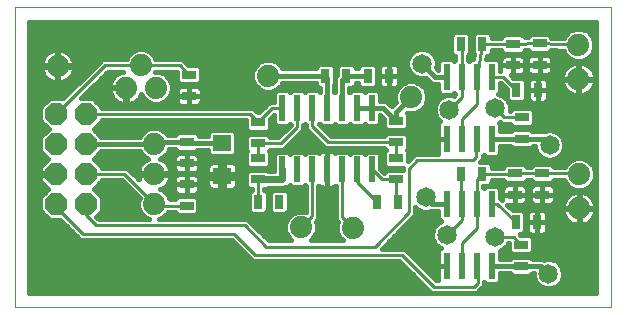
<source format=gtl>
G75*
%MOIN*%
%OFA0B0*%
%FSLAX25Y25*%
%IPPOS*%
%LPD*%
%AMOC8*
5,1,8,0,0,1.08239X$1,22.5*
%
%ADD10C,0.00000*%
%ADD11R,0.04724X0.03150*%
%ADD12R,0.02362X0.08661*%
%ADD13C,0.07400*%
%ADD14R,0.03150X0.04724*%
%ADD15R,0.06299X0.05512*%
%ADD16OC8,0.07400*%
%ADD17R,0.02400X0.08700*%
%ADD18C,0.01600*%
%ADD19C,0.06496*%
%ADD20C,0.01000*%
%ADD21C,0.02400*%
D10*
X0011472Y0012692D02*
X0011472Y0112794D01*
X0210131Y0112794D01*
X0210131Y0012692D01*
X0011472Y0012692D01*
D11*
X0068704Y0046617D03*
X0068704Y0053703D03*
X0068710Y0060772D03*
X0068710Y0067858D03*
X0092555Y0067437D03*
X0092555Y0062524D03*
X0092555Y0055437D03*
X0092555Y0074524D03*
X0069518Y0083260D03*
X0069518Y0090346D03*
X0138555Y0074924D03*
X0138555Y0067837D03*
X0138555Y0062524D03*
X0138555Y0055437D03*
X0178075Y0057406D03*
X0187327Y0057406D03*
X0187327Y0050319D03*
X0178075Y0050319D03*
X0180240Y0033587D03*
X0180240Y0026500D03*
X0180437Y0069020D03*
X0180437Y0076106D03*
X0177484Y0093429D03*
X0186343Y0093626D03*
X0186343Y0100713D03*
X0177484Y0100516D03*
D12*
X0130555Y0079217D03*
X0125555Y0079217D03*
X0120555Y0079217D03*
X0115555Y0079217D03*
X0110555Y0079217D03*
X0105555Y0079217D03*
X0100555Y0079217D03*
X0100555Y0058744D03*
X0105555Y0058744D03*
X0110555Y0058744D03*
X0115555Y0058744D03*
X0120555Y0058744D03*
X0125555Y0058744D03*
X0130555Y0058744D03*
D13*
X0124046Y0039254D03*
X0106833Y0039361D03*
X0057939Y0047212D03*
X0057939Y0057212D03*
X0057939Y0067212D03*
X0058501Y0085928D03*
X0053501Y0093428D03*
X0048501Y0085928D03*
X0025706Y0093194D03*
X0095925Y0089980D03*
X0143513Y0082724D03*
X0199335Y0088831D03*
X0199335Y0100231D03*
X0199531Y0057121D03*
X0199531Y0045721D03*
D14*
X0185555Y0041067D03*
X0178469Y0041067D03*
X0167248Y0057209D03*
X0160161Y0057209D03*
X0139098Y0047980D03*
X0132012Y0047980D03*
X0099598Y0047980D03*
X0092512Y0047980D03*
X0114882Y0089954D03*
X0121969Y0089954D03*
X0129039Y0089854D03*
X0136125Y0089854D03*
X0160161Y0100516D03*
X0167248Y0100516D03*
X0178665Y0085161D03*
X0185752Y0085161D03*
D15*
X0080558Y0067557D03*
X0080558Y0056534D03*
D16*
X0035234Y0057187D03*
X0025234Y0057187D03*
X0025234Y0067187D03*
X0035234Y0067187D03*
X0035234Y0077187D03*
X0025234Y0077187D03*
X0025234Y0047187D03*
X0035234Y0047187D03*
D17*
X0155417Y0047233D03*
X0160417Y0047233D03*
X0165417Y0047233D03*
X0170417Y0047233D03*
X0170417Y0026633D03*
X0165417Y0026633D03*
X0160417Y0026633D03*
X0155417Y0026633D03*
X0155417Y0068956D03*
X0160417Y0068956D03*
X0165417Y0068956D03*
X0170417Y0068956D03*
X0170417Y0089556D03*
X0165417Y0089556D03*
X0160417Y0089556D03*
X0155417Y0089556D03*
D18*
X0151633Y0089556D01*
X0147169Y0094020D01*
X0151743Y0095646D02*
X0158317Y0095646D01*
X0158317Y0095269D02*
X0157917Y0094869D01*
X0157280Y0095506D01*
X0153555Y0095506D01*
X0152617Y0094569D01*
X0152617Y0091966D01*
X0151874Y0092709D01*
X0152017Y0093055D01*
X0152017Y0094984D01*
X0151279Y0096766D01*
X0149915Y0098130D01*
X0148134Y0098868D01*
X0146205Y0098868D01*
X0144423Y0098130D01*
X0143059Y0096766D01*
X0142321Y0094984D01*
X0142321Y0093055D01*
X0143059Y0091273D01*
X0144423Y0089910D01*
X0146205Y0089172D01*
X0148134Y0089172D01*
X0148480Y0089315D01*
X0150274Y0087521D01*
X0151156Y0087156D01*
X0152617Y0087156D01*
X0152617Y0084543D01*
X0153555Y0083606D01*
X0157280Y0083606D01*
X0157917Y0084243D01*
X0158317Y0083843D01*
X0158317Y0083728D01*
X0157835Y0083246D01*
X0157189Y0083513D01*
X0155260Y0083513D01*
X0153478Y0082775D01*
X0152114Y0081412D01*
X0151376Y0079630D01*
X0151376Y0077701D01*
X0152114Y0075919D01*
X0153223Y0074810D01*
X0153112Y0074746D01*
X0152777Y0074411D01*
X0152540Y0074001D01*
X0152417Y0073543D01*
X0152417Y0068956D01*
X0155417Y0068956D01*
X0155417Y0068956D01*
X0152417Y0068956D01*
X0152417Y0064369D01*
X0152540Y0063911D01*
X0152583Y0063836D01*
X0144725Y0063836D01*
X0142517Y0061629D01*
X0142517Y0064761D01*
X0142098Y0065180D01*
X0142517Y0065599D01*
X0142517Y0070075D01*
X0141580Y0071012D01*
X0135530Y0071012D01*
X0134593Y0070075D01*
X0134593Y0069937D01*
X0116741Y0069937D01*
X0112896Y0073783D01*
X0113055Y0073942D01*
X0113711Y0073286D01*
X0117399Y0073286D01*
X0118055Y0073942D01*
X0118711Y0073286D01*
X0122399Y0073286D01*
X0123055Y0073942D01*
X0123711Y0073286D01*
X0127399Y0073286D01*
X0128055Y0073942D01*
X0128711Y0073286D01*
X0132399Y0073286D01*
X0133336Y0074223D01*
X0133336Y0076748D01*
X0134593Y0075492D01*
X0134593Y0072686D01*
X0135530Y0071749D01*
X0141580Y0071749D01*
X0142517Y0072686D01*
X0142517Y0077161D01*
X0142111Y0077568D01*
X0142458Y0077424D01*
X0144567Y0077424D01*
X0146515Y0078230D01*
X0148006Y0079721D01*
X0148813Y0081669D01*
X0148813Y0083778D01*
X0148006Y0085726D01*
X0146515Y0087217D01*
X0144567Y0088024D01*
X0142458Y0088024D01*
X0140510Y0087217D01*
X0139019Y0085726D01*
X0138213Y0083778D01*
X0138213Y0081669D01*
X0138462Y0081067D01*
X0137134Y0079739D01*
X0136297Y0080576D01*
X0135622Y0081251D01*
X0134740Y0081617D01*
X0133336Y0081617D01*
X0133336Y0084210D01*
X0132399Y0085147D01*
X0128711Y0085147D01*
X0128055Y0084491D01*
X0127399Y0085147D01*
X0123711Y0085147D01*
X0123055Y0084491D01*
X0122955Y0084591D01*
X0122955Y0085991D01*
X0124206Y0085991D01*
X0125143Y0086929D01*
X0125143Y0087554D01*
X0125864Y0087554D01*
X0125864Y0086829D01*
X0126801Y0085891D01*
X0131276Y0085891D01*
X0132213Y0086829D01*
X0132213Y0092878D01*
X0131276Y0093816D01*
X0126801Y0093816D01*
X0125864Y0092878D01*
X0125864Y0092354D01*
X0125143Y0092354D01*
X0125143Y0092978D01*
X0124206Y0093916D01*
X0119731Y0093916D01*
X0118794Y0092978D01*
X0118794Y0090173D01*
X0118520Y0089900D01*
X0118155Y0089018D01*
X0118155Y0084591D01*
X0118055Y0084491D01*
X0117955Y0084591D01*
X0117955Y0086827D01*
X0118057Y0086929D01*
X0118057Y0092978D01*
X0117119Y0093916D01*
X0112644Y0093916D01*
X0111707Y0092978D01*
X0111707Y0092380D01*
X0100668Y0092380D01*
X0100418Y0092983D01*
X0098927Y0094473D01*
X0096979Y0095280D01*
X0094871Y0095280D01*
X0092923Y0094473D01*
X0091432Y0092983D01*
X0090625Y0091035D01*
X0090625Y0088926D01*
X0091432Y0086978D01*
X0092923Y0085487D01*
X0094871Y0084680D01*
X0096979Y0084680D01*
X0098927Y0085487D01*
X0100418Y0086978D01*
X0100668Y0087580D01*
X0111707Y0087580D01*
X0111707Y0086929D01*
X0112644Y0085991D01*
X0113155Y0085991D01*
X0113155Y0084591D01*
X0113055Y0084491D01*
X0112399Y0085147D01*
X0108711Y0085147D01*
X0108055Y0084491D01*
X0107399Y0085147D01*
X0103711Y0085147D01*
X0103055Y0084491D01*
X0102399Y0085147D01*
X0098711Y0085147D01*
X0097774Y0084210D01*
X0097774Y0081317D01*
X0096378Y0081317D01*
X0095148Y0080086D01*
X0092760Y0077698D01*
X0092350Y0077698D01*
X0091992Y0078056D01*
X0090762Y0079287D01*
X0040534Y0079287D01*
X0040534Y0079382D01*
X0037429Y0082487D01*
X0033504Y0082487D01*
X0042345Y0091328D01*
X0047437Y0091328D01*
X0047213Y0091293D01*
X0046390Y0091025D01*
X0045618Y0090632D01*
X0044918Y0090123D01*
X0044306Y0089511D01*
X0043797Y0088811D01*
X0043404Y0088040D01*
X0043136Y0087216D01*
X0043001Y0086361D01*
X0043001Y0086113D01*
X0048316Y0086113D01*
X0048316Y0085744D01*
X0043001Y0085744D01*
X0043001Y0085495D01*
X0043136Y0084640D01*
X0043404Y0083817D01*
X0043797Y0083046D01*
X0044306Y0082345D01*
X0044918Y0081733D01*
X0045618Y0081224D01*
X0046390Y0080831D01*
X0047213Y0080564D01*
X0048068Y0080428D01*
X0048317Y0080428D01*
X0048317Y0085744D01*
X0048685Y0085744D01*
X0048685Y0080428D01*
X0048934Y0080428D01*
X0049789Y0080564D01*
X0050612Y0080831D01*
X0051383Y0081224D01*
X0052084Y0081733D01*
X0052696Y0082345D01*
X0053205Y0083046D01*
X0053598Y0083817D01*
X0053616Y0083872D01*
X0054008Y0082926D01*
X0055499Y0081435D01*
X0057447Y0080628D01*
X0059555Y0080628D01*
X0061503Y0081435D01*
X0062994Y0082926D01*
X0063801Y0084874D01*
X0063801Y0086983D01*
X0062994Y0088931D01*
X0061503Y0090421D01*
X0059555Y0091228D01*
X0058326Y0091228D01*
X0058368Y0091328D01*
X0065556Y0091328D01*
X0065556Y0088109D01*
X0066493Y0087172D01*
X0072543Y0087172D01*
X0073480Y0088109D01*
X0073480Y0092584D01*
X0072543Y0093521D01*
X0069313Y0093521D01*
X0067306Y0095528D01*
X0058368Y0095528D01*
X0057994Y0096431D01*
X0056503Y0097921D01*
X0054555Y0098728D01*
X0052447Y0098728D01*
X0050499Y0097921D01*
X0049008Y0096431D01*
X0048634Y0095528D01*
X0040606Y0095528D01*
X0039376Y0094298D01*
X0027497Y0082419D01*
X0027429Y0082487D01*
X0023039Y0082487D01*
X0019934Y0079382D01*
X0019934Y0074991D01*
X0022739Y0072187D01*
X0019934Y0069382D01*
X0019934Y0064991D01*
X0022597Y0062328D01*
X0019734Y0059465D01*
X0019734Y0057387D01*
X0025034Y0057387D01*
X0025034Y0056987D01*
X0019734Y0056987D01*
X0019734Y0054908D01*
X0022597Y0052045D01*
X0019934Y0049382D01*
X0019934Y0044991D01*
X0023039Y0041887D01*
X0026647Y0041887D01*
X0033307Y0035227D01*
X0083701Y0035227D01*
X0090788Y0028140D01*
X0139607Y0028140D01*
X0150236Y0017510D01*
X0165362Y0017510D01*
X0166592Y0018740D01*
X0167773Y0019921D01*
X0167773Y0021176D01*
X0167917Y0021320D01*
X0168555Y0020683D01*
X0172280Y0020683D01*
X0173217Y0021620D01*
X0173217Y0024100D01*
X0176440Y0024100D01*
X0177215Y0023325D01*
X0183265Y0023325D01*
X0184040Y0024100D01*
X0184447Y0024100D01*
X0184447Y0022977D01*
X0185185Y0021195D01*
X0186549Y0019831D01*
X0188331Y0019093D01*
X0190260Y0019093D01*
X0192041Y0019831D01*
X0193405Y0021195D01*
X0194143Y0022977D01*
X0194143Y0024905D01*
X0193405Y0026687D01*
X0192041Y0028051D01*
X0190260Y0028789D01*
X0188331Y0028789D01*
X0187906Y0028613D01*
X0187214Y0028900D01*
X0184040Y0028900D01*
X0183265Y0029675D01*
X0177215Y0029675D01*
X0176440Y0028900D01*
X0173217Y0028900D01*
X0173217Y0031577D01*
X0174325Y0032036D01*
X0175689Y0033399D01*
X0175956Y0034046D01*
X0176278Y0034046D01*
X0176278Y0031349D01*
X0177215Y0030412D01*
X0183265Y0030412D01*
X0184202Y0031349D01*
X0184202Y0035824D01*
X0183265Y0036761D01*
X0180035Y0036761D01*
X0179781Y0037016D01*
X0179692Y0037105D01*
X0180706Y0037105D01*
X0181643Y0038042D01*
X0181643Y0044092D01*
X0180706Y0045029D01*
X0177476Y0045029D01*
X0175561Y0046944D01*
X0178075Y0046944D01*
X0180674Y0046944D01*
X0181132Y0047067D01*
X0181542Y0047304D01*
X0181877Y0047639D01*
X0182114Y0048049D01*
X0182237Y0048507D01*
X0182237Y0050319D01*
X0182237Y0052131D01*
X0182114Y0052588D01*
X0181877Y0052999D01*
X0181542Y0053334D01*
X0181132Y0053571D01*
X0180674Y0053694D01*
X0178075Y0053694D01*
X0178075Y0050319D01*
X0182237Y0050319D01*
X0178075Y0050319D01*
X0178075Y0050319D01*
X0178075Y0050319D01*
X0178075Y0053694D01*
X0175476Y0053694D01*
X0175018Y0053571D01*
X0174607Y0053334D01*
X0174272Y0052999D01*
X0174035Y0052588D01*
X0173913Y0052131D01*
X0173913Y0050319D01*
X0178075Y0050319D01*
X0178075Y0046944D01*
X0178075Y0050319D01*
X0178075Y0050319D01*
X0178075Y0050319D01*
X0173913Y0050319D01*
X0173913Y0048593D01*
X0173217Y0049288D01*
X0173217Y0052246D01*
X0172280Y0053183D01*
X0168555Y0053183D01*
X0167917Y0052546D01*
X0167517Y0052946D01*
X0167517Y0053246D01*
X0169486Y0053246D01*
X0170423Y0054184D01*
X0170423Y0055109D01*
X0174172Y0055109D01*
X0175050Y0054231D01*
X0181100Y0054231D01*
X0182037Y0055168D01*
X0182037Y0055306D01*
X0183365Y0055306D01*
X0183365Y0055168D01*
X0184302Y0054231D01*
X0190352Y0054231D01*
X0191289Y0055168D01*
X0191289Y0055306D01*
X0194547Y0055306D01*
X0195038Y0054119D01*
X0196529Y0052628D01*
X0198477Y0051821D01*
X0200586Y0051821D01*
X0202534Y0052628D01*
X0204025Y0054119D01*
X0204831Y0056067D01*
X0204831Y0058175D01*
X0204025Y0060123D01*
X0202534Y0061614D01*
X0200586Y0062421D01*
X0198477Y0062421D01*
X0196529Y0061614D01*
X0195038Y0060123D01*
X0194782Y0059505D01*
X0191289Y0059505D01*
X0191289Y0059643D01*
X0190352Y0060580D01*
X0184302Y0060580D01*
X0183365Y0059643D01*
X0183365Y0059505D01*
X0182037Y0059505D01*
X0182037Y0059643D01*
X0181100Y0060580D01*
X0175050Y0060580D01*
X0174113Y0059643D01*
X0174113Y0059309D01*
X0170423Y0059309D01*
X0170423Y0060234D01*
X0169486Y0061171D01*
X0166503Y0061171D01*
X0167380Y0062047D01*
X0167380Y0063105D01*
X0167917Y0063643D01*
X0168555Y0063006D01*
X0172280Y0063006D01*
X0173217Y0063943D01*
X0173217Y0066620D01*
X0176637Y0066620D01*
X0177412Y0065845D01*
X0183462Y0065845D01*
X0184237Y0066620D01*
X0184841Y0066620D01*
X0184841Y0065890D01*
X0185579Y0064108D01*
X0186943Y0062744D01*
X0188725Y0062006D01*
X0190653Y0062006D01*
X0192435Y0062744D01*
X0193799Y0064108D01*
X0194537Y0065890D01*
X0194537Y0067819D01*
X0193799Y0069601D01*
X0192435Y0070964D01*
X0190653Y0071702D01*
X0188725Y0071702D01*
X0188022Y0071411D01*
X0188001Y0071420D01*
X0184237Y0071420D01*
X0183462Y0072194D01*
X0177412Y0072194D01*
X0176637Y0071420D01*
X0173217Y0071420D01*
X0173217Y0073969D01*
X0172848Y0074338D01*
X0173189Y0074479D01*
X0173662Y0074006D01*
X0176475Y0074006D01*
X0176475Y0073869D01*
X0177412Y0072931D01*
X0183462Y0072931D01*
X0184399Y0073869D01*
X0184399Y0078344D01*
X0183462Y0079281D01*
X0177412Y0079281D01*
X0176475Y0078344D01*
X0176475Y0078206D01*
X0176427Y0078206D01*
X0176427Y0080023D01*
X0175689Y0081805D01*
X0174325Y0083169D01*
X0172570Y0083896D01*
X0173217Y0084543D01*
X0173217Y0087456D01*
X0173401Y0087456D01*
X0175491Y0085366D01*
X0175491Y0082136D01*
X0176428Y0081199D01*
X0180903Y0081199D01*
X0181840Y0082136D01*
X0181840Y0088186D01*
X0180903Y0089124D01*
X0177673Y0089124D01*
X0176742Y0090054D01*
X0177484Y0090054D01*
X0177484Y0093429D01*
X0173322Y0093429D01*
X0173322Y0091656D01*
X0173217Y0091656D01*
X0173217Y0094569D01*
X0172280Y0095506D01*
X0168555Y0095506D01*
X0168537Y0095489D01*
X0168715Y0096554D01*
X0169486Y0096554D01*
X0170423Y0097491D01*
X0170423Y0098416D01*
X0173522Y0098416D01*
X0173522Y0098278D01*
X0174459Y0097341D01*
X0180509Y0097341D01*
X0181446Y0098278D01*
X0181446Y0098503D01*
X0182380Y0098524D01*
X0182380Y0098475D01*
X0183318Y0097538D01*
X0189367Y0097538D01*
X0190294Y0098465D01*
X0194393Y0098313D01*
X0194842Y0097229D01*
X0196332Y0095738D01*
X0198280Y0094931D01*
X0200389Y0094931D01*
X0202337Y0095738D01*
X0203828Y0097229D01*
X0204635Y0099177D01*
X0204635Y0101286D01*
X0203828Y0103234D01*
X0202337Y0104725D01*
X0200389Y0105531D01*
X0198280Y0105531D01*
X0196332Y0104725D01*
X0194842Y0103234D01*
X0194542Y0102510D01*
X0190305Y0102667D01*
X0190305Y0102950D01*
X0189367Y0103887D01*
X0183318Y0103887D01*
X0182380Y0102950D01*
X0182380Y0102725D01*
X0181446Y0102704D01*
X0181446Y0102753D01*
X0180509Y0103691D01*
X0174459Y0103691D01*
X0173522Y0102753D01*
X0173522Y0102616D01*
X0170423Y0102616D01*
X0170423Y0103541D01*
X0169486Y0104478D01*
X0165010Y0104478D01*
X0164073Y0103541D01*
X0164073Y0097491D01*
X0164536Y0097028D01*
X0164282Y0095506D01*
X0163555Y0095506D01*
X0162917Y0094869D01*
X0162517Y0095269D01*
X0162517Y0096672D01*
X0163336Y0097491D01*
X0163336Y0103541D01*
X0162399Y0104478D01*
X0157924Y0104478D01*
X0156987Y0103541D01*
X0156987Y0097491D01*
X0157924Y0096554D01*
X0158317Y0096554D01*
X0158317Y0095269D01*
X0157233Y0097245D02*
X0150800Y0097245D01*
X0148193Y0098843D02*
X0156987Y0098843D01*
X0156987Y0100442D02*
X0016272Y0100442D01*
X0016272Y0102040D02*
X0156987Y0102040D01*
X0157085Y0103639D02*
X0016272Y0103639D01*
X0016272Y0105237D02*
X0197570Y0105237D01*
X0195247Y0103639D02*
X0189616Y0103639D01*
X0183069Y0103639D02*
X0180561Y0103639D01*
X0174408Y0103639D02*
X0170325Y0103639D01*
X0164171Y0103639D02*
X0163238Y0103639D01*
X0163336Y0102040D02*
X0164073Y0102040D01*
X0164073Y0100442D02*
X0163336Y0100442D01*
X0163336Y0098843D02*
X0164073Y0098843D01*
X0164319Y0097245D02*
X0163090Y0097245D01*
X0162517Y0095646D02*
X0164306Y0095646D01*
X0168564Y0095646D02*
X0173431Y0095646D01*
X0173445Y0095699D02*
X0173322Y0095241D01*
X0173322Y0093429D01*
X0177484Y0093429D01*
X0177484Y0093429D01*
X0177484Y0093429D01*
X0177484Y0090054D01*
X0180083Y0090054D01*
X0180541Y0090177D01*
X0180952Y0090414D01*
X0181287Y0090749D01*
X0181524Y0091160D01*
X0181646Y0091617D01*
X0181646Y0093429D01*
X0177484Y0093429D01*
X0177484Y0096804D01*
X0174885Y0096804D01*
X0174427Y0096681D01*
X0174017Y0096444D01*
X0173682Y0096109D01*
X0173445Y0095699D01*
X0173322Y0094048D02*
X0173217Y0094048D01*
X0173217Y0092449D02*
X0173322Y0092449D01*
X0177484Y0092449D02*
X0177484Y0092449D01*
X0177484Y0093429D02*
X0177484Y0093429D01*
X0177484Y0093429D01*
X0177484Y0096804D01*
X0180083Y0096804D01*
X0180541Y0096681D01*
X0180952Y0096444D01*
X0181287Y0096109D01*
X0181524Y0095699D01*
X0181646Y0095241D01*
X0181646Y0093429D01*
X0177484Y0093429D01*
X0177484Y0094048D02*
X0177484Y0094048D01*
X0177484Y0095646D02*
X0177484Y0095646D01*
X0181538Y0095646D02*
X0182236Y0095646D01*
X0182180Y0095438D02*
X0182180Y0093626D01*
X0182180Y0091814D01*
X0182303Y0091356D01*
X0182540Y0090946D01*
X0182875Y0090611D01*
X0183286Y0090374D01*
X0183743Y0090251D01*
X0186342Y0090251D01*
X0186342Y0093626D01*
X0182180Y0093626D01*
X0186342Y0093626D01*
X0186342Y0093626D01*
X0186343Y0093626D01*
X0190505Y0093626D01*
X0190505Y0095438D01*
X0190382Y0095896D01*
X0190145Y0096306D01*
X0189810Y0096641D01*
X0189399Y0096878D01*
X0188942Y0097001D01*
X0186343Y0097001D01*
X0186343Y0093626D01*
X0186343Y0093626D01*
X0190505Y0093626D01*
X0190505Y0091814D01*
X0190382Y0091356D01*
X0190145Y0090946D01*
X0189810Y0090611D01*
X0189399Y0090374D01*
X0188942Y0090251D01*
X0186343Y0090251D01*
X0186343Y0093626D01*
X0186342Y0093626D01*
X0186342Y0097001D01*
X0183743Y0097001D01*
X0183286Y0096878D01*
X0182875Y0096641D01*
X0182540Y0096306D01*
X0182303Y0095896D01*
X0182180Y0095438D01*
X0182180Y0094048D02*
X0181646Y0094048D01*
X0181646Y0092449D02*
X0182180Y0092449D01*
X0182635Y0090851D02*
X0181345Y0090851D01*
X0183072Y0088964D02*
X0183482Y0089201D01*
X0183940Y0089324D01*
X0185752Y0089324D01*
X0187564Y0089324D01*
X0188022Y0089201D01*
X0188432Y0088964D01*
X0188767Y0088629D01*
X0189004Y0088218D01*
X0189127Y0087761D01*
X0189127Y0085161D01*
X0185752Y0085161D01*
X0185752Y0080999D01*
X0187564Y0080999D01*
X0188022Y0081122D01*
X0188432Y0081359D01*
X0188767Y0081694D01*
X0189004Y0082104D01*
X0189127Y0082562D01*
X0189127Y0085161D01*
X0185752Y0085161D01*
X0185752Y0085161D01*
X0185752Y0080999D01*
X0183940Y0080999D01*
X0183482Y0081122D01*
X0183072Y0081359D01*
X0182737Y0081694D01*
X0182500Y0082104D01*
X0182377Y0082562D01*
X0182377Y0085161D01*
X0185752Y0085161D01*
X0185752Y0085161D01*
X0185752Y0085161D01*
X0182377Y0085161D01*
X0182377Y0087761D01*
X0182500Y0088218D01*
X0182737Y0088629D01*
X0183072Y0088964D01*
X0183674Y0089252D02*
X0177544Y0089252D01*
X0177484Y0090851D02*
X0177484Y0090851D01*
X0181840Y0087654D02*
X0182377Y0087654D01*
X0182377Y0086055D02*
X0181840Y0086055D01*
X0181840Y0084457D02*
X0182377Y0084457D01*
X0182377Y0082858D02*
X0181840Y0082858D01*
X0180963Y0081260D02*
X0183244Y0081260D01*
X0185752Y0081260D02*
X0185752Y0081260D01*
X0185752Y0082858D02*
X0185752Y0082858D01*
X0185752Y0084457D02*
X0185752Y0084457D01*
X0185752Y0085162D02*
X0185752Y0089324D01*
X0185752Y0085162D01*
X0185752Y0085162D01*
X0185752Y0086055D02*
X0185752Y0086055D01*
X0185752Y0087654D02*
X0185752Y0087654D01*
X0185752Y0089252D02*
X0185752Y0089252D01*
X0186342Y0090851D02*
X0186343Y0090851D01*
X0186342Y0092449D02*
X0186343Y0092449D01*
X0186342Y0094048D02*
X0186343Y0094048D01*
X0186342Y0095646D02*
X0186343Y0095646D01*
X0190449Y0095646D02*
X0196555Y0095646D01*
X0197223Y0093929D02*
X0196452Y0093536D01*
X0195752Y0093027D01*
X0195139Y0092414D01*
X0194631Y0091714D01*
X0194238Y0090943D01*
X0193970Y0090119D01*
X0193835Y0089264D01*
X0193835Y0089016D01*
X0199150Y0089016D01*
X0199150Y0088647D01*
X0193835Y0088647D01*
X0193835Y0088399D01*
X0193970Y0087544D01*
X0194238Y0086720D01*
X0194631Y0085949D01*
X0195139Y0085248D01*
X0195752Y0084636D01*
X0196452Y0084127D01*
X0197223Y0083734D01*
X0198047Y0083467D01*
X0198902Y0083331D01*
X0199150Y0083331D01*
X0199150Y0088647D01*
X0199519Y0088647D01*
X0199519Y0083331D01*
X0199768Y0083331D01*
X0200623Y0083467D01*
X0201446Y0083734D01*
X0202217Y0084127D01*
X0202918Y0084636D01*
X0203530Y0085248D01*
X0204039Y0085949D01*
X0204432Y0086720D01*
X0204699Y0087544D01*
X0204835Y0088399D01*
X0204835Y0088647D01*
X0199519Y0088647D01*
X0199519Y0089016D01*
X0199150Y0089016D01*
X0199150Y0094331D01*
X0198902Y0094331D01*
X0198047Y0094196D01*
X0197223Y0093929D01*
X0197590Y0094048D02*
X0190505Y0094048D01*
X0190505Y0092449D02*
X0195174Y0092449D01*
X0194208Y0090851D02*
X0190050Y0090851D01*
X0187830Y0089252D02*
X0193835Y0089252D01*
X0193953Y0087654D02*
X0189127Y0087654D01*
X0189127Y0086055D02*
X0194576Y0086055D01*
X0195999Y0084457D02*
X0189127Y0084457D01*
X0189127Y0082858D02*
X0205331Y0082858D01*
X0205331Y0081260D02*
X0188260Y0081260D01*
X0184399Y0078063D02*
X0205331Y0078063D01*
X0205331Y0079661D02*
X0176427Y0079661D01*
X0176367Y0081260D02*
X0175915Y0081260D01*
X0175491Y0082858D02*
X0174636Y0082858D01*
X0175491Y0084457D02*
X0173131Y0084457D01*
X0173217Y0086055D02*
X0174802Y0086055D01*
X0170177Y0097245D02*
X0194835Y0097245D01*
X0199150Y0094048D02*
X0199519Y0094048D01*
X0199519Y0094331D02*
X0199768Y0094331D01*
X0200623Y0094196D01*
X0201446Y0093929D01*
X0202217Y0093536D01*
X0202918Y0093027D01*
X0203530Y0092414D01*
X0204039Y0091714D01*
X0204432Y0090943D01*
X0204699Y0090119D01*
X0204835Y0089264D01*
X0204835Y0089016D01*
X0199519Y0089016D01*
X0199519Y0094331D01*
X0201079Y0094048D02*
X0205331Y0094048D01*
X0205331Y0095646D02*
X0202114Y0095646D01*
X0203834Y0097245D02*
X0205331Y0097245D01*
X0205331Y0098843D02*
X0204496Y0098843D01*
X0204635Y0100442D02*
X0205331Y0100442D01*
X0205331Y0102040D02*
X0204322Y0102040D01*
X0203423Y0103639D02*
X0205331Y0103639D01*
X0205331Y0105237D02*
X0201099Y0105237D01*
X0205331Y0106836D02*
X0016272Y0106836D01*
X0016272Y0107994D02*
X0205331Y0107994D01*
X0205331Y0017492D01*
X0016272Y0017492D01*
X0016272Y0107994D01*
X0016272Y0098843D02*
X0146146Y0098843D01*
X0143538Y0097245D02*
X0057180Y0097245D01*
X0058319Y0095646D02*
X0142596Y0095646D01*
X0142321Y0094048D02*
X0099353Y0094048D01*
X0100639Y0092449D02*
X0111707Y0092449D01*
X0114855Y0089980D02*
X0095925Y0089980D01*
X0091152Y0087654D02*
X0073025Y0087654D01*
X0072575Y0086512D02*
X0072117Y0086635D01*
X0069518Y0086635D01*
X0066919Y0086635D01*
X0066461Y0086512D01*
X0066051Y0086275D01*
X0065716Y0085940D01*
X0065479Y0085529D01*
X0065356Y0085072D01*
X0065356Y0083260D01*
X0069518Y0083260D01*
X0069518Y0086635D01*
X0069518Y0083260D01*
X0069518Y0083260D01*
X0069518Y0083260D01*
X0065356Y0083260D01*
X0065356Y0081448D01*
X0065479Y0080990D01*
X0065716Y0080580D01*
X0066051Y0080245D01*
X0066461Y0080008D01*
X0066919Y0079885D01*
X0069518Y0079885D01*
X0069518Y0083260D01*
X0073680Y0083260D01*
X0073680Y0085072D01*
X0073558Y0085529D01*
X0073321Y0085940D01*
X0072986Y0086275D01*
X0072575Y0086512D01*
X0073205Y0086055D02*
X0092355Y0086055D01*
X0090625Y0089252D02*
X0073480Y0089252D01*
X0073480Y0090851D02*
X0090625Y0090851D01*
X0091211Y0092449D02*
X0073480Y0092449D01*
X0068787Y0094048D02*
X0092497Y0094048D01*
X0099495Y0086055D02*
X0112581Y0086055D01*
X0115555Y0089280D02*
X0114882Y0089954D01*
X0114855Y0089980D01*
X0115555Y0089280D02*
X0115555Y0079217D01*
X0120555Y0079217D02*
X0120555Y0088540D01*
X0121969Y0089954D01*
X0128939Y0089954D01*
X0129039Y0089854D01*
X0132213Y0089252D02*
X0132750Y0089252D01*
X0132750Y0089853D02*
X0132750Y0087254D01*
X0132873Y0086797D01*
X0133110Y0086386D01*
X0133445Y0086051D01*
X0133856Y0085814D01*
X0134313Y0085691D01*
X0136125Y0085691D01*
X0136125Y0089853D01*
X0136125Y0089853D01*
X0132750Y0089853D01*
X0132750Y0089854D02*
X0136125Y0089854D01*
X0136125Y0094016D01*
X0134313Y0094016D01*
X0133856Y0093893D01*
X0133445Y0093656D01*
X0133110Y0093321D01*
X0132873Y0092911D01*
X0132750Y0092453D01*
X0132750Y0089854D01*
X0132750Y0090851D02*
X0132213Y0090851D01*
X0132213Y0092449D02*
X0132750Y0092449D01*
X0136125Y0092449D02*
X0136125Y0092449D01*
X0136125Y0094016D02*
X0136125Y0089854D01*
X0136125Y0089854D01*
X0136125Y0089853D01*
X0136125Y0085691D01*
X0137937Y0085691D01*
X0138395Y0085814D01*
X0138805Y0086051D01*
X0139140Y0086386D01*
X0139377Y0086797D01*
X0139500Y0087254D01*
X0139500Y0089853D01*
X0136125Y0089853D01*
X0136125Y0089854D01*
X0139500Y0089854D01*
X0139500Y0092453D01*
X0139377Y0092911D01*
X0139140Y0093321D01*
X0138805Y0093656D01*
X0138395Y0093893D01*
X0137937Y0094016D01*
X0136125Y0094016D01*
X0136125Y0090851D02*
X0136125Y0090851D01*
X0136125Y0089252D02*
X0136125Y0089252D01*
X0136125Y0087654D02*
X0136125Y0087654D01*
X0136125Y0086055D02*
X0136125Y0086055D01*
X0133441Y0086055D02*
X0131440Y0086055D01*
X0132213Y0087654D02*
X0132750Y0087654D01*
X0133090Y0084457D02*
X0138494Y0084457D01*
X0138213Y0082858D02*
X0133336Y0082858D01*
X0135601Y0081260D02*
X0138382Y0081260D01*
X0136297Y0080576D02*
X0136297Y0080576D01*
X0134262Y0079217D02*
X0130555Y0079217D01*
X0125555Y0079217D01*
X0133336Y0076464D02*
X0133621Y0076464D01*
X0133336Y0074866D02*
X0134593Y0074866D01*
X0134593Y0073267D02*
X0113411Y0073267D01*
X0115010Y0071669D02*
X0152417Y0071669D01*
X0152417Y0073267D02*
X0142517Y0073267D01*
X0142517Y0074866D02*
X0153168Y0074866D01*
X0151889Y0076464D02*
X0142517Y0076464D01*
X0138555Y0077766D02*
X0138555Y0074924D01*
X0134262Y0079217D01*
X0138555Y0077766D02*
X0143513Y0082724D01*
X0148813Y0082858D02*
X0153678Y0082858D01*
X0152704Y0084457D02*
X0148531Y0084457D01*
X0147676Y0086055D02*
X0152617Y0086055D01*
X0150141Y0087654D02*
X0145460Y0087654D01*
X0146011Y0089252D02*
X0139500Y0089252D01*
X0139500Y0087654D02*
X0141565Y0087654D01*
X0139349Y0086055D02*
X0138809Y0086055D01*
X0139500Y0090851D02*
X0143482Y0090851D01*
X0142572Y0092449D02*
X0139500Y0092449D01*
X0148328Y0089252D02*
X0148543Y0089252D01*
X0152134Y0092449D02*
X0152617Y0092449D01*
X0152617Y0094048D02*
X0152017Y0094048D01*
X0152052Y0081260D02*
X0148643Y0081260D01*
X0147945Y0079661D02*
X0151389Y0079661D01*
X0151376Y0078063D02*
X0146109Y0078063D01*
X0142517Y0070070D02*
X0152417Y0070070D01*
X0152417Y0068472D02*
X0142517Y0068472D01*
X0142517Y0066873D02*
X0152417Y0066873D01*
X0152417Y0065274D02*
X0142192Y0065274D01*
X0142517Y0063676D02*
X0144564Y0063676D01*
X0142966Y0062077D02*
X0142517Y0062077D01*
X0140739Y0059349D02*
X0135530Y0059349D01*
X0134593Y0060286D01*
X0134593Y0064761D01*
X0135012Y0065180D01*
X0134593Y0065599D01*
X0134593Y0065737D01*
X0115002Y0065737D01*
X0113772Y0066967D01*
X0108455Y0072284D01*
X0108455Y0073542D01*
X0108055Y0073942D01*
X0107537Y0073424D01*
X0107537Y0071890D01*
X0102214Y0066567D01*
X0100984Y0065337D01*
X0096517Y0065337D01*
X0096517Y0065199D01*
X0096298Y0064980D01*
X0096517Y0064761D01*
X0096517Y0060286D01*
X0095580Y0059349D01*
X0089530Y0059349D01*
X0088593Y0060286D01*
X0088593Y0064761D01*
X0088812Y0064980D01*
X0088593Y0065199D01*
X0088593Y0069675D01*
X0089530Y0070612D01*
X0095580Y0070612D01*
X0096517Y0069675D01*
X0096517Y0069537D01*
X0099244Y0069537D01*
X0103337Y0073630D01*
X0103337Y0073660D01*
X0103055Y0073942D01*
X0102399Y0073286D01*
X0098711Y0073286D01*
X0097774Y0074223D01*
X0097774Y0076773D01*
X0096517Y0075516D01*
X0096517Y0072286D01*
X0095580Y0071349D01*
X0089530Y0071349D01*
X0088593Y0072286D01*
X0088593Y0075087D01*
X0040534Y0075087D01*
X0040534Y0074991D01*
X0037729Y0072187D01*
X0040329Y0069587D01*
X0053186Y0069587D01*
X0053445Y0070214D01*
X0054936Y0071705D01*
X0056884Y0072512D01*
X0058993Y0072512D01*
X0060941Y0071705D01*
X0062387Y0070258D01*
X0064910Y0070258D01*
X0065685Y0071033D01*
X0071735Y0071033D01*
X0072672Y0070096D01*
X0072672Y0069957D01*
X0075809Y0069957D01*
X0075809Y0070976D01*
X0076746Y0071913D01*
X0084371Y0071913D01*
X0085308Y0070976D01*
X0085308Y0064139D01*
X0084371Y0063202D01*
X0076746Y0063202D01*
X0075809Y0064139D01*
X0075809Y0065157D01*
X0072209Y0065157D01*
X0071735Y0064683D01*
X0065685Y0064683D01*
X0064910Y0065458D01*
X0062949Y0065458D01*
X0062432Y0064210D01*
X0060941Y0062719D01*
X0059995Y0062327D01*
X0060050Y0062309D01*
X0060821Y0061916D01*
X0061522Y0061407D01*
X0062134Y0060795D01*
X0062643Y0060094D01*
X0063036Y0059323D01*
X0063303Y0058500D01*
X0063439Y0057645D01*
X0063439Y0057412D01*
X0058139Y0057412D01*
X0058139Y0057012D01*
X0063439Y0057012D01*
X0063439Y0056779D01*
X0063303Y0055924D01*
X0063036Y0055101D01*
X0062643Y0054329D01*
X0062134Y0053629D01*
X0061522Y0053017D01*
X0060821Y0052508D01*
X0060050Y0052115D01*
X0059995Y0052097D01*
X0060941Y0051705D01*
X0062432Y0050214D01*
X0063052Y0048717D01*
X0064742Y0048717D01*
X0064742Y0048854D01*
X0065679Y0049791D01*
X0071729Y0049791D01*
X0072666Y0048854D01*
X0072666Y0044379D01*
X0071729Y0043442D01*
X0065679Y0043442D01*
X0064742Y0044379D01*
X0064742Y0044517D01*
X0062559Y0044517D01*
X0062432Y0044210D01*
X0060941Y0042719D01*
X0059647Y0042183D01*
X0088984Y0042183D01*
X0090214Y0040953D01*
X0096071Y0035096D01*
X0103602Y0035096D01*
X0102340Y0036358D01*
X0101533Y0038306D01*
X0101533Y0040415D01*
X0102340Y0042363D01*
X0103831Y0043854D01*
X0105779Y0044661D01*
X0107887Y0044661D01*
X0108455Y0044425D01*
X0108455Y0053070D01*
X0108055Y0053470D01*
X0107399Y0052813D01*
X0103711Y0052813D01*
X0103055Y0053470D01*
X0102399Y0052813D01*
X0101433Y0052813D01*
X0101112Y0052680D01*
X0095998Y0052680D01*
X0095580Y0052262D01*
X0094612Y0052262D01*
X0094612Y0051943D01*
X0094749Y0051943D01*
X0095687Y0051005D01*
X0095687Y0044955D01*
X0094749Y0044018D01*
X0090274Y0044018D01*
X0089337Y0044955D01*
X0089337Y0051005D01*
X0090274Y0051943D01*
X0090412Y0051943D01*
X0090412Y0052262D01*
X0089530Y0052262D01*
X0088593Y0053199D01*
X0088593Y0057675D01*
X0089530Y0058612D01*
X0095580Y0058612D01*
X0095912Y0058280D01*
X0097755Y0058280D01*
X0097755Y0059301D01*
X0097774Y0059347D01*
X0097774Y0063738D01*
X0098711Y0064675D01*
X0102399Y0064675D01*
X0103055Y0064019D01*
X0103711Y0064675D01*
X0107399Y0064675D01*
X0108055Y0064019D01*
X0108711Y0064675D01*
X0112399Y0064675D01*
X0112919Y0064155D01*
X0112934Y0064180D01*
X0113269Y0064515D01*
X0113679Y0064752D01*
X0114137Y0064875D01*
X0115555Y0064875D01*
X0115555Y0058744D01*
X0115555Y0058744D01*
X0115555Y0052613D01*
X0114137Y0052613D01*
X0113679Y0052736D01*
X0113269Y0052973D01*
X0112934Y0053308D01*
X0112919Y0053333D01*
X0112655Y0053070D01*
X0112655Y0042213D01*
X0111759Y0041317D01*
X0112133Y0040415D01*
X0112133Y0038306D01*
X0111326Y0036358D01*
X0110064Y0035096D01*
X0120709Y0035096D01*
X0119553Y0036252D01*
X0118746Y0038200D01*
X0118746Y0040309D01*
X0119120Y0041211D01*
X0118403Y0041928D01*
X0118403Y0053122D01*
X0118191Y0053333D01*
X0118177Y0053308D01*
X0117841Y0052973D01*
X0117431Y0052736D01*
X0116973Y0052613D01*
X0115555Y0052613D01*
X0115555Y0058744D01*
X0115555Y0058744D01*
X0115555Y0064875D01*
X0116973Y0064875D01*
X0117431Y0064752D01*
X0117841Y0064515D01*
X0118177Y0064180D01*
X0118191Y0064155D01*
X0118711Y0064675D01*
X0122399Y0064675D01*
X0123055Y0064019D01*
X0123711Y0064675D01*
X0127399Y0064675D01*
X0128055Y0064019D01*
X0128711Y0064675D01*
X0132399Y0064675D01*
X0133336Y0063738D01*
X0133336Y0058933D01*
X0134594Y0057675D01*
X0135530Y0058612D01*
X0140739Y0058612D01*
X0140739Y0059349D01*
X0140739Y0058880D02*
X0133389Y0058880D01*
X0133336Y0060479D02*
X0134593Y0060479D01*
X0134593Y0062077D02*
X0133336Y0062077D01*
X0133336Y0063676D02*
X0134593Y0063676D01*
X0134918Y0065274D02*
X0096517Y0065274D01*
X0096517Y0063676D02*
X0097774Y0063676D01*
X0097774Y0062077D02*
X0096517Y0062077D01*
X0096517Y0060479D02*
X0097774Y0060479D01*
X0097755Y0058880D02*
X0085508Y0058880D01*
X0085508Y0059527D02*
X0085385Y0059985D01*
X0085148Y0060395D01*
X0084813Y0060730D01*
X0084403Y0060967D01*
X0083945Y0061090D01*
X0081136Y0061090D01*
X0081136Y0057112D01*
X0079980Y0057112D01*
X0079980Y0055956D01*
X0075609Y0055956D01*
X0075609Y0053541D01*
X0075731Y0053083D01*
X0075968Y0052673D01*
X0076303Y0052338D01*
X0076714Y0052101D01*
X0077172Y0051978D01*
X0079980Y0051978D01*
X0079980Y0055956D01*
X0081136Y0055956D01*
X0081136Y0051978D01*
X0083945Y0051978D01*
X0084403Y0052101D01*
X0084813Y0052338D01*
X0085148Y0052673D01*
X0085385Y0053083D01*
X0085508Y0053541D01*
X0085508Y0055956D01*
X0081136Y0055956D01*
X0081136Y0057112D01*
X0085508Y0057112D01*
X0085508Y0059527D01*
X0085064Y0060479D02*
X0088593Y0060479D01*
X0088593Y0062077D02*
X0072872Y0062077D01*
X0072872Y0062583D02*
X0072750Y0063041D01*
X0072513Y0063452D01*
X0072178Y0063787D01*
X0071767Y0064024D01*
X0071309Y0064146D01*
X0068710Y0064146D01*
X0066111Y0064146D01*
X0065653Y0064024D01*
X0065243Y0063787D01*
X0064908Y0063452D01*
X0064671Y0063041D01*
X0064548Y0062583D01*
X0064548Y0060772D01*
X0068710Y0060772D01*
X0068710Y0064146D01*
X0068710Y0060772D01*
X0068710Y0060772D01*
X0068710Y0060772D01*
X0064548Y0060772D01*
X0064548Y0058960D01*
X0064671Y0058502D01*
X0064908Y0058092D01*
X0065243Y0057756D01*
X0065653Y0057520D01*
X0066111Y0057397D01*
X0068710Y0057397D01*
X0068710Y0060772D01*
X0072872Y0060772D01*
X0072872Y0062583D01*
X0072288Y0063676D02*
X0076272Y0063676D01*
X0077172Y0061090D02*
X0076714Y0060967D01*
X0076303Y0060730D01*
X0075968Y0060395D01*
X0075731Y0059985D01*
X0075609Y0059527D01*
X0075609Y0057112D01*
X0079980Y0057112D01*
X0079980Y0061090D01*
X0077172Y0061090D01*
X0076052Y0060479D02*
X0072872Y0060479D01*
X0072872Y0060772D02*
X0072872Y0058960D01*
X0072750Y0058502D01*
X0072513Y0058092D01*
X0072178Y0057756D01*
X0071767Y0057520D01*
X0071309Y0057397D01*
X0068710Y0057397D01*
X0068710Y0060772D01*
X0068710Y0060772D01*
X0068710Y0060772D01*
X0072872Y0060772D01*
X0072851Y0058880D02*
X0075609Y0058880D01*
X0075609Y0057282D02*
X0058139Y0057282D01*
X0057738Y0057282D02*
X0050838Y0057282D01*
X0052439Y0057412D02*
X0057738Y0057412D01*
X0057738Y0057012D01*
X0052439Y0057012D01*
X0052439Y0056779D01*
X0052574Y0055924D01*
X0052756Y0055364D01*
X0048834Y0059287D01*
X0047094Y0059287D01*
X0040534Y0059287D01*
X0040534Y0059382D01*
X0037729Y0062187D01*
X0040329Y0064787D01*
X0053206Y0064787D01*
X0053445Y0064210D01*
X0054936Y0062719D01*
X0055883Y0062327D01*
X0055827Y0062309D01*
X0055056Y0061916D01*
X0054356Y0061407D01*
X0053743Y0060795D01*
X0053235Y0060094D01*
X0052842Y0059323D01*
X0052574Y0058500D01*
X0052439Y0057645D01*
X0052439Y0057412D01*
X0052698Y0058880D02*
X0049240Y0058880D01*
X0047094Y0055087D02*
X0053012Y0049168D01*
X0052639Y0048266D01*
X0052639Y0046158D01*
X0053445Y0044210D01*
X0054936Y0042719D01*
X0056230Y0042183D01*
X0039378Y0042183D01*
X0038551Y0043009D01*
X0040534Y0044991D01*
X0040534Y0049382D01*
X0037729Y0052187D01*
X0040534Y0054991D01*
X0040534Y0055087D01*
X0047094Y0055087D01*
X0048096Y0054085D02*
X0039627Y0054085D01*
X0038029Y0052486D02*
X0049694Y0052486D01*
X0051293Y0050888D02*
X0039028Y0050888D01*
X0040534Y0049289D02*
X0052891Y0049289D01*
X0052639Y0047691D02*
X0040534Y0047691D01*
X0040534Y0046092D02*
X0052666Y0046092D01*
X0053328Y0044494D02*
X0040036Y0044494D01*
X0038665Y0042895D02*
X0054760Y0042895D01*
X0061117Y0042895D02*
X0102872Y0042895D01*
X0101836Y0044018D02*
X0102773Y0044955D01*
X0102773Y0051005D01*
X0101836Y0051943D01*
X0097361Y0051943D01*
X0096424Y0051005D01*
X0096424Y0044955D01*
X0097361Y0044018D01*
X0101836Y0044018D01*
X0102312Y0044494D02*
X0105376Y0044494D01*
X0108290Y0044494D02*
X0108455Y0044494D01*
X0108455Y0046092D02*
X0102773Y0046092D01*
X0102773Y0047691D02*
X0108455Y0047691D01*
X0108455Y0049289D02*
X0102773Y0049289D01*
X0102773Y0050888D02*
X0108455Y0050888D01*
X0108455Y0052486D02*
X0095804Y0052486D01*
X0095687Y0050888D02*
X0096424Y0050888D01*
X0096424Y0049289D02*
X0095687Y0049289D01*
X0095687Y0047691D02*
X0096424Y0047691D01*
X0096424Y0046092D02*
X0095687Y0046092D01*
X0095225Y0044494D02*
X0096885Y0044494D01*
X0101898Y0041297D02*
X0089870Y0041297D01*
X0091468Y0039698D02*
X0101533Y0039698D01*
X0101619Y0038100D02*
X0093067Y0038100D01*
X0094665Y0036501D02*
X0102281Y0036501D01*
X0111385Y0036501D02*
X0119450Y0036501D01*
X0118788Y0038100D02*
X0112047Y0038100D01*
X0112133Y0039698D02*
X0118746Y0039698D01*
X0119034Y0041297D02*
X0111768Y0041297D01*
X0112655Y0042895D02*
X0118403Y0042895D01*
X0118403Y0044494D02*
X0112655Y0044494D01*
X0112655Y0046092D02*
X0118403Y0046092D01*
X0118403Y0047691D02*
X0112655Y0047691D01*
X0112655Y0049289D02*
X0118403Y0049289D01*
X0118403Y0050888D02*
X0112655Y0050888D01*
X0112655Y0052486D02*
X0118403Y0052486D01*
X0115555Y0054085D02*
X0115555Y0054085D01*
X0115555Y0055683D02*
X0115555Y0055683D01*
X0115555Y0057282D02*
X0115555Y0057282D01*
X0115555Y0058880D02*
X0115555Y0058880D01*
X0115555Y0060479D02*
X0115555Y0060479D01*
X0115555Y0062077D02*
X0115555Y0062077D01*
X0115555Y0063676D02*
X0115555Y0063676D01*
X0113866Y0066873D02*
X0102520Y0066873D01*
X0104119Y0068472D02*
X0112267Y0068472D01*
X0110669Y0070070D02*
X0105717Y0070070D01*
X0107316Y0071669D02*
X0109070Y0071669D01*
X0108455Y0073267D02*
X0107537Y0073267D01*
X0102974Y0073267D02*
X0096517Y0073267D01*
X0096517Y0074866D02*
X0097774Y0074866D01*
X0097774Y0076464D02*
X0097465Y0076464D01*
X0094723Y0079661D02*
X0040255Y0079661D01*
X0038656Y0081260D02*
X0045570Y0081260D01*
X0043933Y0082858D02*
X0033875Y0082858D01*
X0035474Y0084457D02*
X0043196Y0084457D01*
X0043278Y0087654D02*
X0038671Y0087654D01*
X0040269Y0089252D02*
X0044117Y0089252D01*
X0046047Y0090851D02*
X0041868Y0090851D01*
X0039125Y0094048D02*
X0031139Y0094048D01*
X0031205Y0093627D02*
X0031070Y0094482D01*
X0030803Y0095306D01*
X0030410Y0096077D01*
X0029901Y0096777D01*
X0029289Y0097390D01*
X0028588Y0097898D01*
X0027817Y0098292D01*
X0026993Y0098559D01*
X0026138Y0098694D01*
X0025906Y0098694D01*
X0025906Y0093395D01*
X0025505Y0093395D01*
X0025505Y0098694D01*
X0025273Y0098694D01*
X0024418Y0098559D01*
X0023594Y0098292D01*
X0022823Y0097898D01*
X0022123Y0097390D01*
X0021510Y0096777D01*
X0021001Y0096077D01*
X0020608Y0095306D01*
X0020341Y0094482D01*
X0020206Y0093627D01*
X0020205Y0093394D01*
X0025505Y0093394D01*
X0025505Y0092994D01*
X0020206Y0092994D01*
X0020206Y0092762D01*
X0020341Y0091907D01*
X0020608Y0091083D01*
X0021001Y0090312D01*
X0021510Y0089611D01*
X0022123Y0088999D01*
X0022823Y0088490D01*
X0023594Y0088097D01*
X0024418Y0087830D01*
X0025273Y0087694D01*
X0025505Y0087694D01*
X0025505Y0092994D01*
X0025906Y0092994D01*
X0025906Y0093394D01*
X0031205Y0093394D01*
X0031205Y0093627D01*
X0031205Y0092994D02*
X0025906Y0092994D01*
X0025906Y0087694D01*
X0026138Y0087694D01*
X0026993Y0087830D01*
X0027817Y0088097D01*
X0028588Y0088490D01*
X0029289Y0088999D01*
X0029901Y0089611D01*
X0030410Y0090312D01*
X0030803Y0091083D01*
X0031070Y0091907D01*
X0031205Y0092762D01*
X0031205Y0092994D01*
X0031156Y0092449D02*
X0037527Y0092449D01*
X0035928Y0090851D02*
X0030684Y0090851D01*
X0029541Y0089252D02*
X0034330Y0089252D01*
X0032731Y0087654D02*
X0016272Y0087654D01*
X0016272Y0089252D02*
X0021870Y0089252D01*
X0020727Y0090851D02*
X0016272Y0090851D01*
X0016272Y0092449D02*
X0020255Y0092449D01*
X0020272Y0094048D02*
X0016272Y0094048D01*
X0016272Y0095646D02*
X0020782Y0095646D01*
X0021978Y0097245D02*
X0016272Y0097245D01*
X0025505Y0097245D02*
X0025906Y0097245D01*
X0025906Y0095646D02*
X0025505Y0095646D01*
X0025505Y0094048D02*
X0025906Y0094048D01*
X0025906Y0092449D02*
X0025505Y0092449D01*
X0025505Y0090851D02*
X0025906Y0090851D01*
X0025906Y0089252D02*
X0025505Y0089252D01*
X0031133Y0086055D02*
X0016272Y0086055D01*
X0016272Y0084457D02*
X0029534Y0084457D01*
X0027936Y0082858D02*
X0016272Y0082858D01*
X0016272Y0081260D02*
X0021812Y0081260D01*
X0020213Y0079661D02*
X0016272Y0079661D01*
X0016272Y0078063D02*
X0019934Y0078063D01*
X0019934Y0076464D02*
X0016272Y0076464D01*
X0016272Y0074866D02*
X0020060Y0074866D01*
X0021658Y0073267D02*
X0016272Y0073267D01*
X0016272Y0071669D02*
X0022220Y0071669D01*
X0020622Y0070070D02*
X0016272Y0070070D01*
X0016272Y0068472D02*
X0019934Y0068472D01*
X0019934Y0066873D02*
X0016272Y0066873D01*
X0016272Y0065274D02*
X0019934Y0065274D01*
X0021249Y0063676D02*
X0016272Y0063676D01*
X0016272Y0062077D02*
X0022347Y0062077D01*
X0020748Y0060479D02*
X0016272Y0060479D01*
X0016272Y0058880D02*
X0019734Y0058880D01*
X0016272Y0057282D02*
X0025034Y0057282D01*
X0020557Y0054085D02*
X0016272Y0054085D01*
X0016272Y0055683D02*
X0019734Y0055683D01*
X0022156Y0052486D02*
X0016272Y0052486D01*
X0016272Y0050888D02*
X0021440Y0050888D01*
X0019934Y0049289D02*
X0016272Y0049289D01*
X0016272Y0047691D02*
X0019934Y0047691D01*
X0019934Y0046092D02*
X0016272Y0046092D01*
X0016272Y0044494D02*
X0020431Y0044494D01*
X0022030Y0042895D02*
X0016272Y0042895D01*
X0016272Y0041297D02*
X0027237Y0041297D01*
X0028836Y0039698D02*
X0016272Y0039698D01*
X0016272Y0038100D02*
X0030434Y0038100D01*
X0032033Y0036501D02*
X0016272Y0036501D01*
X0016272Y0034903D02*
X0084025Y0034903D01*
X0085624Y0033304D02*
X0016272Y0033304D01*
X0016272Y0031706D02*
X0087222Y0031706D01*
X0088821Y0030107D02*
X0016272Y0030107D01*
X0016272Y0028509D02*
X0090419Y0028509D01*
X0089799Y0044494D02*
X0072666Y0044494D01*
X0072666Y0046092D02*
X0089337Y0046092D01*
X0089337Y0047691D02*
X0072666Y0047691D01*
X0072231Y0049289D02*
X0089337Y0049289D01*
X0089337Y0050888D02*
X0072371Y0050888D01*
X0072506Y0051023D02*
X0072743Y0051434D01*
X0072866Y0051891D01*
X0072866Y0053703D01*
X0068704Y0053703D01*
X0068704Y0050328D01*
X0071303Y0050328D01*
X0071761Y0050451D01*
X0072171Y0050688D01*
X0072506Y0051023D01*
X0072866Y0052486D02*
X0076155Y0052486D01*
X0075609Y0054085D02*
X0072866Y0054085D01*
X0072866Y0053703D02*
X0072866Y0055515D01*
X0072743Y0055973D01*
X0072506Y0056383D01*
X0072171Y0056718D01*
X0071761Y0056955D01*
X0071303Y0057078D01*
X0068704Y0057078D01*
X0068704Y0053703D01*
X0068704Y0053703D01*
X0068704Y0053703D01*
X0068704Y0050328D01*
X0066105Y0050328D01*
X0065647Y0050451D01*
X0065237Y0050688D01*
X0064901Y0051023D01*
X0064664Y0051434D01*
X0064542Y0051891D01*
X0064542Y0053703D01*
X0068704Y0053703D01*
X0072866Y0053703D01*
X0072821Y0055683D02*
X0075609Y0055683D01*
X0079980Y0055683D02*
X0081136Y0055683D01*
X0081136Y0054085D02*
X0079980Y0054085D01*
X0079980Y0052486D02*
X0081136Y0052486D01*
X0084962Y0052486D02*
X0089306Y0052486D01*
X0088593Y0054085D02*
X0085508Y0054085D01*
X0085508Y0055683D02*
X0088593Y0055683D01*
X0088593Y0057282D02*
X0085508Y0057282D01*
X0081136Y0057282D02*
X0079980Y0057282D01*
X0079980Y0058880D02*
X0081136Y0058880D01*
X0081136Y0060479D02*
X0079980Y0060479D01*
X0084845Y0063676D02*
X0088593Y0063676D01*
X0088593Y0065274D02*
X0085308Y0065274D01*
X0085308Y0066873D02*
X0088593Y0066873D01*
X0088593Y0068472D02*
X0085308Y0068472D01*
X0085308Y0070070D02*
X0088988Y0070070D01*
X0089210Y0071669D02*
X0084615Y0071669D01*
X0088593Y0073267D02*
X0038810Y0073267D01*
X0038247Y0071669D02*
X0054900Y0071669D01*
X0053386Y0070070D02*
X0039846Y0070070D01*
X0035234Y0067187D02*
X0057939Y0067187D01*
X0057939Y0067212D01*
X0058585Y0067858D01*
X0068710Y0067858D01*
X0069011Y0067557D01*
X0080558Y0067557D01*
X0075809Y0070070D02*
X0072672Y0070070D01*
X0076501Y0071669D02*
X0060977Y0071669D01*
X0062873Y0065274D02*
X0065094Y0065274D01*
X0065132Y0063676D02*
X0061898Y0063676D01*
X0060504Y0062077D02*
X0064548Y0062077D01*
X0064548Y0060479D02*
X0062363Y0060479D01*
X0063179Y0058880D02*
X0064569Y0058880D01*
X0065647Y0056955D02*
X0065237Y0056718D01*
X0064901Y0056383D01*
X0064664Y0055973D01*
X0064542Y0055515D01*
X0064542Y0053703D01*
X0068704Y0053703D01*
X0068704Y0053703D01*
X0068704Y0053703D01*
X0068704Y0057078D01*
X0066105Y0057078D01*
X0065647Y0056955D01*
X0064587Y0055683D02*
X0063225Y0055683D01*
X0062465Y0054085D02*
X0064542Y0054085D01*
X0064542Y0052486D02*
X0060779Y0052486D01*
X0061758Y0050888D02*
X0065037Y0050888D01*
X0065177Y0049289D02*
X0062815Y0049289D01*
X0068704Y0050888D02*
X0068704Y0050888D01*
X0068704Y0052486D02*
X0068704Y0052486D01*
X0068704Y0054085D02*
X0068704Y0054085D01*
X0068704Y0055683D02*
X0068704Y0055683D01*
X0068710Y0058880D02*
X0068710Y0058880D01*
X0068710Y0060479D02*
X0068710Y0060479D01*
X0068710Y0062077D02*
X0068710Y0062077D01*
X0068710Y0063676D02*
X0068710Y0063676D01*
X0055373Y0062077D02*
X0037838Y0062077D01*
X0039219Y0063676D02*
X0053979Y0063676D01*
X0053514Y0060479D02*
X0039437Y0060479D01*
X0052437Y0055683D02*
X0052652Y0055683D01*
X0062549Y0044494D02*
X0064742Y0044494D01*
X0096122Y0070070D02*
X0099777Y0070070D01*
X0101376Y0071669D02*
X0095900Y0071669D01*
X0088593Y0074866D02*
X0040408Y0074866D01*
X0048317Y0081260D02*
X0048685Y0081260D01*
X0048685Y0082858D02*
X0048317Y0082858D01*
X0048317Y0084457D02*
X0048685Y0084457D01*
X0048316Y0086055D02*
X0037072Y0086055D01*
X0030629Y0095646D02*
X0048683Y0095646D01*
X0049822Y0097245D02*
X0029433Y0097245D01*
X0053069Y0082858D02*
X0054076Y0082858D01*
X0055923Y0081260D02*
X0051432Y0081260D01*
X0061079Y0081260D02*
X0065406Y0081260D01*
X0065356Y0082858D02*
X0062926Y0082858D01*
X0063628Y0084457D02*
X0065356Y0084457D01*
X0065831Y0086055D02*
X0063801Y0086055D01*
X0063523Y0087654D02*
X0066011Y0087654D01*
X0065556Y0089252D02*
X0062672Y0089252D01*
X0060467Y0090851D02*
X0065556Y0090851D01*
X0069518Y0086055D02*
X0069518Y0086055D01*
X0069518Y0084457D02*
X0069518Y0084457D01*
X0069518Y0083260D02*
X0069518Y0083260D01*
X0069518Y0083260D01*
X0073680Y0083260D01*
X0073680Y0081448D01*
X0073558Y0080990D01*
X0073321Y0080580D01*
X0072986Y0080245D01*
X0072575Y0080008D01*
X0072117Y0079885D01*
X0069518Y0079885D01*
X0069518Y0083260D01*
X0069518Y0082858D02*
X0069518Y0082858D01*
X0069518Y0081260D02*
X0069518Y0081260D01*
X0073630Y0081260D02*
X0096321Y0081260D01*
X0097774Y0082858D02*
X0073680Y0082858D01*
X0073680Y0084457D02*
X0098021Y0084457D01*
X0093124Y0078063D02*
X0091986Y0078063D01*
X0116608Y0070070D02*
X0134593Y0070070D01*
X0126637Y0086055D02*
X0124270Y0086055D01*
X0118155Y0086055D02*
X0117955Y0086055D01*
X0118057Y0087654D02*
X0118155Y0087654D01*
X0118252Y0089252D02*
X0118057Y0089252D01*
X0118057Y0090851D02*
X0118794Y0090851D01*
X0118794Y0092449D02*
X0118057Y0092449D01*
X0125143Y0092449D02*
X0125864Y0092449D01*
X0170417Y0068956D02*
X0170481Y0069020D01*
X0180437Y0069020D01*
X0187524Y0069020D01*
X0189689Y0066854D01*
X0185096Y0065274D02*
X0173217Y0065274D01*
X0172950Y0063676D02*
X0186011Y0063676D01*
X0188553Y0062077D02*
X0167380Y0062077D01*
X0170177Y0060479D02*
X0174949Y0060479D01*
X0181201Y0060479D02*
X0184200Y0060479D01*
X0190453Y0060479D02*
X0195394Y0060479D01*
X0197647Y0062077D02*
X0190825Y0062077D01*
X0193367Y0063676D02*
X0205331Y0063676D01*
X0205331Y0065274D02*
X0194282Y0065274D01*
X0194537Y0066873D02*
X0205331Y0066873D01*
X0205331Y0068472D02*
X0194267Y0068472D01*
X0193329Y0070070D02*
X0205331Y0070070D01*
X0205331Y0071669D02*
X0190735Y0071669D01*
X0188643Y0071669D02*
X0183988Y0071669D01*
X0183798Y0073267D02*
X0205331Y0073267D01*
X0205331Y0074866D02*
X0184399Y0074866D01*
X0184399Y0076464D02*
X0205331Y0076464D01*
X0205331Y0084457D02*
X0202670Y0084457D01*
X0204093Y0086055D02*
X0205331Y0086055D01*
X0205331Y0087654D02*
X0204717Y0087654D01*
X0204835Y0089252D02*
X0205331Y0089252D01*
X0205331Y0090851D02*
X0204462Y0090851D01*
X0205331Y0092449D02*
X0203495Y0092449D01*
X0199519Y0092449D02*
X0199150Y0092449D01*
X0199150Y0090851D02*
X0199519Y0090851D01*
X0199519Y0089252D02*
X0199150Y0089252D01*
X0199150Y0087654D02*
X0199519Y0087654D01*
X0199519Y0086055D02*
X0199150Y0086055D01*
X0199150Y0084457D02*
X0199519Y0084457D01*
X0177077Y0073267D02*
X0173217Y0073267D01*
X0173217Y0071669D02*
X0176886Y0071669D01*
X0201416Y0062077D02*
X0205331Y0062077D01*
X0205331Y0060479D02*
X0203669Y0060479D01*
X0204539Y0058880D02*
X0205331Y0058880D01*
X0205331Y0057282D02*
X0204831Y0057282D01*
X0204673Y0055683D02*
X0205331Y0055683D01*
X0205331Y0054085D02*
X0203990Y0054085D01*
X0205331Y0052486D02*
X0202192Y0052486D01*
X0201643Y0050818D02*
X0200819Y0051086D01*
X0199964Y0051221D01*
X0199716Y0051221D01*
X0199716Y0045906D01*
X0199347Y0045906D01*
X0199347Y0051221D01*
X0199099Y0051221D01*
X0198244Y0051086D01*
X0197420Y0050818D01*
X0196649Y0050425D01*
X0195948Y0049916D01*
X0195336Y0049304D01*
X0194827Y0048604D01*
X0194434Y0047833D01*
X0194167Y0047009D01*
X0194031Y0046154D01*
X0194031Y0045906D01*
X0199347Y0045906D01*
X0199347Y0045537D01*
X0194031Y0045537D01*
X0194031Y0045288D01*
X0194167Y0044433D01*
X0194434Y0043610D01*
X0194827Y0042839D01*
X0195336Y0042138D01*
X0195948Y0041526D01*
X0196649Y0041017D01*
X0197420Y0040624D01*
X0198244Y0040357D01*
X0199099Y0040221D01*
X0199347Y0040221D01*
X0199347Y0045537D01*
X0199716Y0045537D01*
X0199716Y0045906D01*
X0205031Y0045906D01*
X0205031Y0046154D01*
X0204896Y0047009D01*
X0204629Y0047833D01*
X0204236Y0048604D01*
X0203727Y0049304D01*
X0203114Y0049916D01*
X0202414Y0050425D01*
X0201643Y0050818D01*
X0201429Y0050888D02*
X0205331Y0050888D01*
X0205331Y0049289D02*
X0203737Y0049289D01*
X0204675Y0047691D02*
X0205331Y0047691D01*
X0205331Y0046092D02*
X0205031Y0046092D01*
X0205031Y0045537D02*
X0199716Y0045537D01*
X0199716Y0040221D01*
X0199964Y0040221D01*
X0200819Y0040357D01*
X0201643Y0040624D01*
X0202414Y0041017D01*
X0203114Y0041526D01*
X0203727Y0042138D01*
X0204236Y0042839D01*
X0204629Y0043610D01*
X0204896Y0044433D01*
X0205031Y0045288D01*
X0205031Y0045537D01*
X0204906Y0044494D02*
X0205331Y0044494D01*
X0205331Y0042895D02*
X0204264Y0042895D01*
X0205331Y0041297D02*
X0202799Y0041297D01*
X0205331Y0039698D02*
X0188930Y0039698D01*
X0188930Y0038468D02*
X0188930Y0041067D01*
X0188930Y0043666D01*
X0188807Y0044124D01*
X0188570Y0044534D01*
X0188235Y0044869D01*
X0187825Y0045106D01*
X0187367Y0045229D01*
X0185555Y0045229D01*
X0183743Y0045229D01*
X0183286Y0045106D01*
X0182875Y0044869D01*
X0182540Y0044534D01*
X0182303Y0044124D01*
X0182180Y0043666D01*
X0182180Y0041067D01*
X0185555Y0041067D01*
X0185555Y0041067D01*
X0185555Y0045229D01*
X0185555Y0041067D01*
X0185555Y0041067D01*
X0182180Y0041067D01*
X0182180Y0038468D01*
X0182303Y0038010D01*
X0182540Y0037599D01*
X0182875Y0037264D01*
X0183286Y0037027D01*
X0183743Y0036905D01*
X0185555Y0036905D01*
X0185555Y0041067D01*
X0185555Y0041067D01*
X0188930Y0041067D01*
X0185555Y0041067D01*
X0185555Y0041067D01*
X0185555Y0036905D01*
X0187367Y0036905D01*
X0187825Y0037027D01*
X0188235Y0037264D01*
X0188570Y0037599D01*
X0188807Y0038010D01*
X0188930Y0038468D01*
X0188831Y0038100D02*
X0205331Y0038100D01*
X0205331Y0036501D02*
X0183525Y0036501D01*
X0184202Y0034903D02*
X0205331Y0034903D01*
X0205331Y0033304D02*
X0184202Y0033304D01*
X0184202Y0031706D02*
X0205331Y0031706D01*
X0205331Y0030107D02*
X0173217Y0030107D01*
X0173528Y0031706D02*
X0176278Y0031706D01*
X0176278Y0033304D02*
X0175593Y0033304D01*
X0181643Y0038100D02*
X0182279Y0038100D01*
X0182180Y0039698D02*
X0181643Y0039698D01*
X0181643Y0041297D02*
X0182180Y0041297D01*
X0182180Y0042895D02*
X0181643Y0042895D01*
X0181241Y0044494D02*
X0182517Y0044494D01*
X0185555Y0044494D02*
X0185555Y0044494D01*
X0185555Y0042895D02*
X0185555Y0042895D01*
X0185555Y0041297D02*
X0185555Y0041297D01*
X0185555Y0039698D02*
X0185555Y0039698D01*
X0185555Y0038100D02*
X0185555Y0038100D01*
X0188930Y0041297D02*
X0196264Y0041297D01*
X0194799Y0042895D02*
X0188930Y0042895D01*
X0188594Y0044494D02*
X0194157Y0044494D01*
X0194031Y0046092D02*
X0176413Y0046092D01*
X0178075Y0047691D02*
X0178075Y0047691D01*
X0178075Y0049289D02*
X0178075Y0049289D01*
X0178075Y0050888D02*
X0178075Y0050888D01*
X0178075Y0052486D02*
X0178075Y0052486D01*
X0182142Y0052486D02*
X0183260Y0052486D01*
X0183287Y0052588D02*
X0183165Y0052131D01*
X0183165Y0050319D01*
X0187327Y0050319D01*
X0191489Y0050319D01*
X0191489Y0052131D01*
X0191366Y0052588D01*
X0191129Y0052999D01*
X0190794Y0053334D01*
X0190384Y0053571D01*
X0189926Y0053694D01*
X0187327Y0053694D01*
X0187327Y0050319D01*
X0187327Y0050319D01*
X0187327Y0050319D01*
X0191489Y0050319D01*
X0191489Y0048507D01*
X0191366Y0048049D01*
X0191129Y0047639D01*
X0190794Y0047304D01*
X0190384Y0047067D01*
X0189926Y0046944D01*
X0187327Y0046944D01*
X0187327Y0050319D01*
X0187327Y0050319D01*
X0187327Y0053694D01*
X0184728Y0053694D01*
X0184270Y0053571D01*
X0183859Y0053334D01*
X0183524Y0052999D01*
X0183287Y0052588D01*
X0183165Y0050888D02*
X0182237Y0050888D01*
X0183165Y0050319D02*
X0183165Y0048507D01*
X0183287Y0048049D01*
X0183524Y0047639D01*
X0183859Y0047304D01*
X0184270Y0047067D01*
X0184728Y0046944D01*
X0187327Y0046944D01*
X0187327Y0050319D01*
X0187327Y0050319D01*
X0183165Y0050319D01*
X0183165Y0049289D02*
X0182237Y0049289D01*
X0181907Y0047691D02*
X0183494Y0047691D01*
X0187327Y0047691D02*
X0187327Y0047691D01*
X0187327Y0049289D02*
X0187327Y0049289D01*
X0187327Y0050888D02*
X0187327Y0050888D01*
X0187327Y0052486D02*
X0187327Y0052486D01*
X0191394Y0052486D02*
X0196871Y0052486D01*
X0197634Y0050888D02*
X0191489Y0050888D01*
X0191489Y0049289D02*
X0195326Y0049289D01*
X0194388Y0047691D02*
X0191159Y0047691D01*
X0199347Y0047691D02*
X0199716Y0047691D01*
X0199716Y0049289D02*
X0199347Y0049289D01*
X0199347Y0050888D02*
X0199716Y0050888D01*
X0195073Y0054085D02*
X0170324Y0054085D01*
X0172977Y0052486D02*
X0174008Y0052486D01*
X0173913Y0050888D02*
X0173217Y0050888D01*
X0173217Y0049289D02*
X0173913Y0049289D01*
X0155417Y0047233D02*
X0150649Y0047233D01*
X0148350Y0049531D01*
X0144939Y0046087D02*
X0145604Y0045422D01*
X0147386Y0044683D01*
X0149315Y0044683D01*
X0149924Y0044936D01*
X0150171Y0044833D01*
X0152617Y0044833D01*
X0152617Y0042220D01*
X0153471Y0041366D01*
X0152691Y0041043D01*
X0151327Y0039679D01*
X0150589Y0037897D01*
X0150589Y0035969D01*
X0151327Y0034187D01*
X0152691Y0032823D01*
X0153339Y0032555D01*
X0153112Y0032423D01*
X0152777Y0032088D01*
X0152540Y0031678D01*
X0152417Y0031220D01*
X0152417Y0026633D01*
X0152417Y0022046D01*
X0152507Y0021710D01*
X0151976Y0021710D01*
X0142576Y0031110D01*
X0141346Y0032340D01*
X0133735Y0032340D01*
X0144939Y0043544D01*
X0144939Y0046087D01*
X0144939Y0044494D02*
X0152617Y0044494D01*
X0152617Y0042895D02*
X0144290Y0042895D01*
X0142692Y0041297D02*
X0153304Y0041297D01*
X0151346Y0039698D02*
X0141093Y0039698D01*
X0139495Y0038100D02*
X0150673Y0038100D01*
X0150589Y0036501D02*
X0137896Y0036501D01*
X0136298Y0034903D02*
X0151030Y0034903D01*
X0152210Y0033304D02*
X0134699Y0033304D01*
X0141981Y0031706D02*
X0152556Y0031706D01*
X0152417Y0030107D02*
X0143579Y0030107D01*
X0145178Y0028509D02*
X0152417Y0028509D01*
X0152417Y0026910D02*
X0146776Y0026910D01*
X0148375Y0025312D02*
X0152417Y0025312D01*
X0152417Y0026633D02*
X0155417Y0026633D01*
X0155417Y0026633D01*
X0152417Y0026633D01*
X0152417Y0023713D02*
X0149973Y0023713D01*
X0151572Y0022115D02*
X0152417Y0022115D01*
X0148829Y0018918D02*
X0016272Y0018918D01*
X0016272Y0020516D02*
X0147230Y0020516D01*
X0145632Y0022115D02*
X0016272Y0022115D01*
X0016272Y0023713D02*
X0144033Y0023713D01*
X0142435Y0025312D02*
X0016272Y0025312D01*
X0016272Y0026910D02*
X0140836Y0026910D01*
X0166769Y0018918D02*
X0205331Y0018918D01*
X0205331Y0020516D02*
X0192727Y0020516D01*
X0193786Y0022115D02*
X0205331Y0022115D01*
X0205331Y0023713D02*
X0194143Y0023713D01*
X0193975Y0025312D02*
X0205331Y0025312D01*
X0205331Y0026910D02*
X0193182Y0026910D01*
X0190936Y0028509D02*
X0205331Y0028509D01*
X0189295Y0023941D02*
X0186736Y0026500D01*
X0180240Y0026500D01*
X0170550Y0026500D01*
X0170417Y0026633D01*
X0173217Y0023713D02*
X0176827Y0023713D01*
X0173217Y0022115D02*
X0184804Y0022115D01*
X0184447Y0023713D02*
X0183653Y0023713D01*
X0185864Y0020516D02*
X0167773Y0020516D01*
X0199347Y0041297D02*
X0199716Y0041297D01*
X0199716Y0042895D02*
X0199347Y0042895D01*
X0199347Y0044494D02*
X0199716Y0044494D01*
X0199716Y0046092D02*
X0199347Y0046092D01*
D19*
X0171579Y0036146D03*
X0155437Y0036933D03*
X0141657Y0035358D03*
X0148350Y0049531D03*
X0189689Y0066854D03*
X0171579Y0079059D03*
X0156224Y0078665D03*
X0147169Y0094020D03*
X0046382Y0049138D03*
X0189295Y0023941D03*
D20*
X0180240Y0033587D02*
X0177681Y0036146D01*
X0171579Y0036146D01*
X0165417Y0039039D02*
X0160417Y0034039D01*
X0160417Y0026633D01*
X0165417Y0026633D02*
X0165673Y0026377D01*
X0165673Y0020791D01*
X0164492Y0019610D01*
X0151106Y0019610D01*
X0140476Y0030240D01*
X0091657Y0030240D01*
X0084571Y0037327D01*
X0034177Y0037327D01*
X0025234Y0046270D01*
X0025234Y0047187D01*
X0035234Y0047187D02*
X0035234Y0043357D01*
X0038508Y0040083D01*
X0088114Y0040083D01*
X0095201Y0032996D01*
X0131421Y0032996D01*
X0142839Y0044413D01*
X0142839Y0058980D01*
X0145594Y0061736D01*
X0164098Y0061736D01*
X0165280Y0062917D01*
X0165280Y0068818D01*
X0165417Y0068956D01*
X0160417Y0068956D02*
X0160417Y0075378D01*
X0165417Y0080378D01*
X0165417Y0089556D01*
X0167248Y0100516D01*
X0177484Y0100516D01*
X0186343Y0100713D01*
X0199335Y0100231D01*
X0178665Y0085161D02*
X0174271Y0089556D01*
X0170417Y0089556D01*
X0160417Y0089556D02*
X0160417Y0082858D01*
X0156224Y0078665D01*
X0171579Y0079059D02*
X0174531Y0076106D01*
X0180437Y0076106D01*
X0160417Y0089556D02*
X0160417Y0100260D01*
X0160161Y0100516D01*
X0110555Y0079217D02*
X0110555Y0073154D01*
X0115872Y0067837D01*
X0138555Y0067837D01*
X0138555Y0062524D01*
X0133862Y0055437D02*
X0130555Y0058744D01*
X0125555Y0058744D02*
X0125555Y0054437D01*
X0132012Y0047980D01*
X0138555Y0048524D02*
X0139098Y0047980D01*
X0138555Y0048524D02*
X0138555Y0055437D01*
X0133862Y0055437D01*
X0120555Y0058744D02*
X0120503Y0058692D01*
X0120503Y0042798D01*
X0124046Y0039254D01*
X0110555Y0043083D02*
X0106833Y0039361D01*
X0110555Y0043083D02*
X0110555Y0058744D01*
X0100114Y0067437D02*
X0092555Y0067437D01*
X0092555Y0062524D01*
X0100114Y0067437D02*
X0105437Y0072760D01*
X0105437Y0079098D01*
X0105555Y0079217D01*
X0100555Y0079217D02*
X0097248Y0079217D01*
X0092555Y0074524D01*
X0089892Y0077187D01*
X0035234Y0077187D01*
X0025234Y0077187D02*
X0041476Y0093428D01*
X0053501Y0093428D01*
X0066436Y0093428D01*
X0069518Y0090346D01*
X0047964Y0057187D02*
X0035234Y0057187D01*
X0047964Y0057187D02*
X0057939Y0047212D01*
X0058534Y0046617D01*
X0068704Y0046617D01*
X0092512Y0047980D02*
X0092512Y0055394D01*
X0092555Y0055437D01*
X0093012Y0055437D01*
X0155437Y0036933D02*
X0160417Y0041913D01*
X0160417Y0047233D01*
X0160161Y0047489D01*
X0160161Y0057209D01*
X0165417Y0055378D02*
X0167248Y0057209D01*
X0177878Y0057209D01*
X0178075Y0057406D01*
X0187327Y0057406D01*
X0199247Y0057406D01*
X0199531Y0057121D01*
X0178469Y0041067D02*
X0172302Y0047233D01*
X0170417Y0047233D01*
X0165417Y0047233D02*
X0165417Y0055378D01*
X0165417Y0047233D02*
X0165417Y0039039D01*
D21*
X0100555Y0055480D02*
X0092555Y0055480D01*
X0092555Y0055437D01*
X0100555Y0055480D02*
X0100555Y0058744D01*
M02*

</source>
